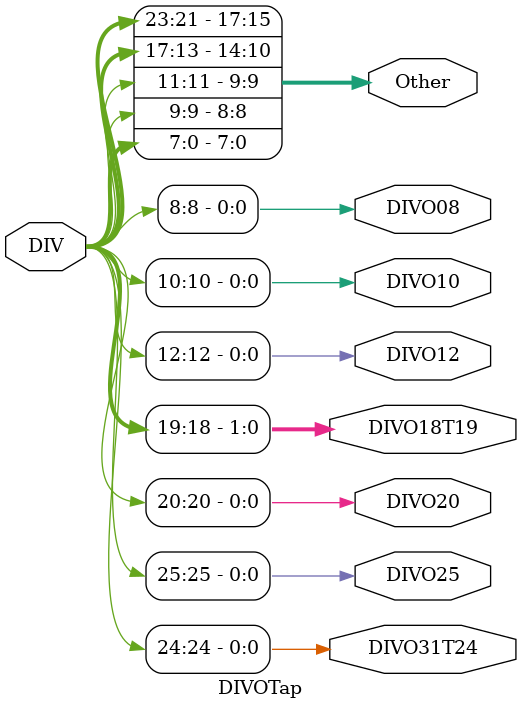
<source format=v>
`timescale 1ns / 1ps


module DIVOTap(
    input [31:0] DIV,
    output DIVO31T24,
    output DIVO25,
    output DIVO20,
    output [1:0] DIVO18T19,
    output DIVO12,
    output DIVO10,
    output DIVO08,
    output [17:0] Other
);

assign DIVO31T24 = DIV[31:24];
assign DIVO25 = DIV[25];
assign DIVO20 = DIV[20];
assign DIVO18T19 = DIV[19:18];
assign DIVO12 = DIV[12];
assign DIVO10 = DIV[10];
assign DIVO08 = DIV[8];
assign Other = {DIV[23:21],DIV[17:13],DIV[11],DIV[9],DIV[7:0]};

endmodule

</source>
